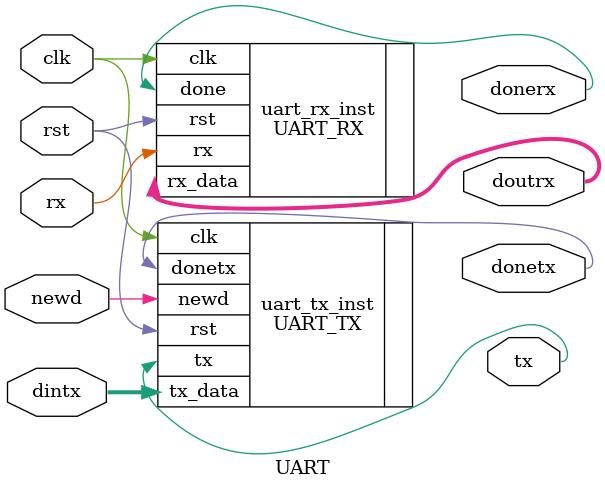
<source format=sv>
`include "uart_tx.sv"
`include "uart_rx.sv"

module UART
  #(
     parameter clk_freq = 1000000,
     parameter baud_rate = 9600
   )(
     input            clk,
     input            rst,
     input             rx,
     input  [7:0]   dintx,
     input           newd,
     output            tx,
     output [7:0]  doutrx,
     output        donetx,
     output        donerx
   );

  UART_TX
    #(
      .clk_freq (clk_freq),
      .baud_rate(baud_rate)
    ) uart_tx_inst (
      .clk    (clk),
      .rst    (rst),
      .newd   (newd),
      .tx_data(dintx),
      .tx     (tx),
      .donetx (donetx)
    );

  UART_RX
    #(
      .clk_freq (clk_freq),
      .baud_rate(baud_rate)
    ) uart_rx_inst (
      .clk    (clk),
      .rst    (rst),
      .rx     (rx),
      .rx_data(doutrx),
      .done   (donerx)
    );

  initial
  begin
    $dumpfile("waveform_uart.vcd");
    $dumpvars(1,UART);
  end




endmodule

</source>
